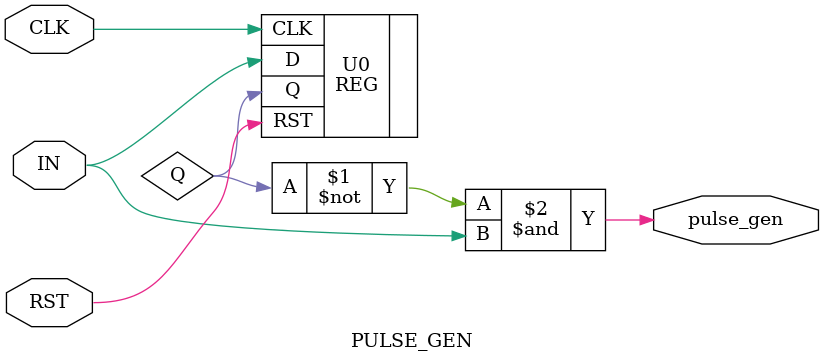
<source format=v>
module PULSE_GEN
(
    input   wire    IN      ,
    input   wire    CLK     ,
    input   wire    RST     ,
    output  wire    pulse_gen
);
    wire    Q;
    
    assign  pulse_gen = ~Q & IN;
    
    REG #(.BUS_WIDTH(1))   U0  (.D(IN), .CLK(CLK), .RST(RST), .Q(Q));



endmodule
</source>
